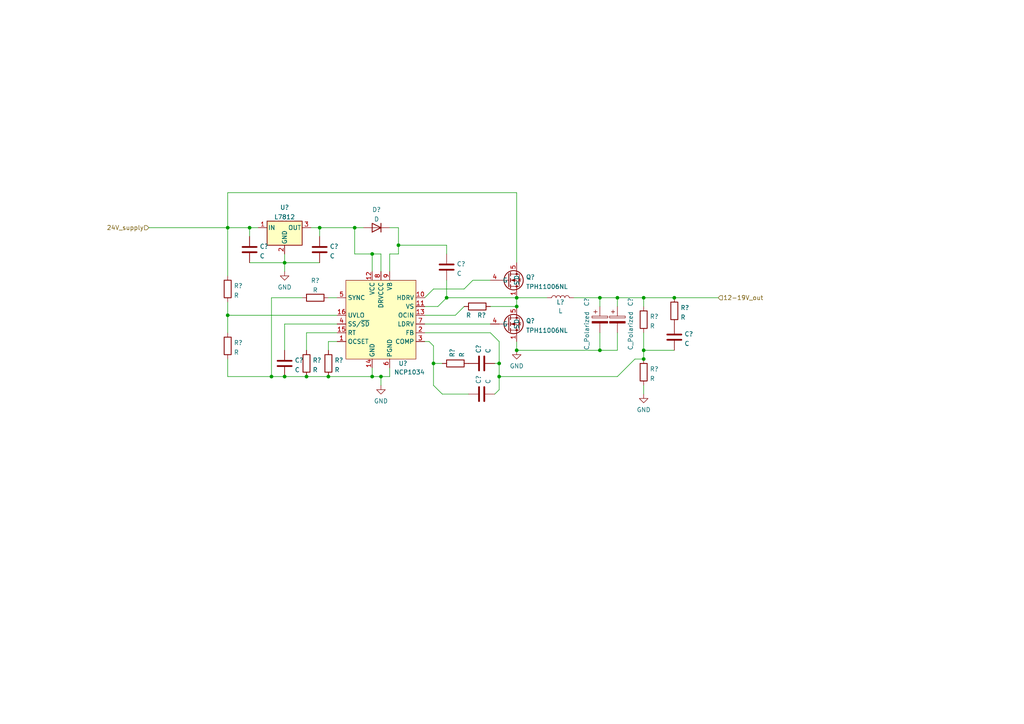
<source format=kicad_sch>
(kicad_sch (version 20211123) (generator eeschema)
  (paper "A4")
  (lib_symbols
    (symbol "Device:C" (pin_numbers hide) (pin_names (offset 0.254))
      (property "Reference" "C" (at 0.635 2.54 0))
      (property "Value" "C" (at 0.635 -2.54 0))
      (symbol "C_0_1"
        (polyline (pts (xy -2.032 -0.762) (xy 2.032 -0.762)) (stroke (width 0.508)))
        (polyline (pts (xy -2.032 0.762) (xy 2.032 0.762)) (stroke (width 0.508)))
      )
      (symbol "C_1_1"
        (pin passive line (at 0 3.81 270) (length 2.794) (name "~") (number "1"))
        (pin passive line (at 0 -3.81 90) (length 2.794) (name "~") (number "2"))
      )
    )
    (symbol "Device:C_Polarized" (pin_numbers hide) (pin_names (offset 0.254))
      (property "Reference" "C" (at 0.635 2.54 0))
      (property "Value" "C_Polarized" (at 0.635 -2.54 0))
      (symbol "C_Polarized_0_1"
        (rectangle (start -2.286 0.508) (end 2.286 1.016))
        (polyline (pts (xy -1.778 2.286) (xy -0.762 2.286)))
        (polyline (pts (xy -1.27 2.794) (xy -1.27 1.778)))
        (rectangle (start 2.286 -0.508) (end -2.286 -1.016) (fill (type outline)))
      )
      (symbol "C_Polarized_1_1"
        (pin passive line (at 0 3.81 270) (length 2.794) (name "~") (number "1"))
        (pin passive line (at 0 -3.81 90) (length 2.794) (name "~") (number "2"))
      )
    )
    (symbol "Device:D" (pin_numbers hide) (pin_names (offset 1.016) hide)
      (property "Reference" "D" (at 0 2.54 0))
      (property "Value" "D" (at 0 -2.54 0))
      (symbol "D_0_1"
        (polyline (pts (xy -1.27 1.27) (xy -1.27 -1.27)) (stroke (width 0.254)))
        (polyline (pts (xy 1.27 0) (xy -1.27 0)))
        (polyline (pts (xy 1.27 1.27) (xy 1.27 -1.27) (xy -1.27 0) (xy 1.27 1.27)) (stroke (width 0.254)))
      )
      (symbol "D_1_1"
        (pin passive line (at -3.81 0 0) (length 2.54) (name "K") (number "1"))
        (pin passive line (at 3.81 0 180) (length 2.54) (name "A") (number "2"))
      )
    )
    (symbol "Device:L" (pin_numbers hide) (pin_names (offset 1.016) hide)
      (property "Reference" "L" (at -1.27 0 90))
      (property "Value" "L" (at 1.905 0 90))
      (symbol "L_0_1"
        (arc (start 0 -2.54) (mid 0.635 -1.905) (end 0 -1.27))
        (arc (start 0 -1.27) (mid 0.635 -0.635) (end 0 0))
        (arc (start 0 0) (mid 0.635 0.635) (end 0 1.27))
        (arc (start 0 1.27) (mid 0.635 1.905) (end 0 2.54))
      )
      (symbol "L_1_1"
        (pin passive line (at 0 3.81 270) (length 1.27) (name "1") (number "1"))
        (pin passive line (at 0 -3.81 90) (length 1.27) (name "2") (number "2"))
      )
    )
    (symbol "Device:R" (pin_numbers hide) (pin_names (offset 0))
      (property "Reference" "R" (at 2.032 0 90))
      (property "Value" "R" (at 0 0 90))
      (symbol "R_0_1"
        (rectangle (start -1.016 -2.54) (end 1.016 2.54) (stroke (width 0.254)))
      )
      (symbol "R_1_1"
        (pin passive line (at 0 3.81 270) (length 1.27) (name "~") (number "1"))
        (pin passive line (at 0 -3.81 90) (length 1.27) (name "~") (number "2"))
      )
    )
    (symbol "Regulator_Linear:L7812" (pin_names (offset 0.254))
      (property "Reference" "U" (at -3.81 3.175 0))
      (property "Value" "L7812" (at 0 3.175 0))
      (symbol "L7812_0_1"
        (rectangle (start -5.08 1.905) (end 5.08 -5.08) (stroke (width 0.254)) (fill (type background)))
      )
      (symbol "L7812_1_1"
        (pin power_in line (at -7.62 0 0) (length 2.54) (name "IN") (number "1"))
        (pin power_in line (at 0 -7.62 90) (length 2.54) (name "GND") (number "2"))
        (pin power_out line (at 7.62 0 180) (length 2.54) (name "OUT") (number "3"))
      )
    )
    (symbol "Regulator_Switching_additional:NCP1034"
      (property "Reference" "U" (at 0 0 0))
      (property "Value" "NCP1034" (at 0 0 0))
      (symbol "NCP1034_0_1"
        (rectangle (start -10.16 13.97) (end 10.16 -8.89) (stroke (width 0.1524)) (fill (type background)))
      )
      (symbol "NCP1034_1_1"
        (pin input line (at -12.7 -3.81 0) (length 2.54) (name "OCSET") (number "1"))
        (pin output line (at 12.7 8.89 180) (length 2.54) (name "HDRV") (number "10"))
        (pin power_in line (at 12.7 6.35 180) (length 2.54) (name "VS") (number "11"))
        (pin power_in line (at -2.54 16.51 270) (length 2.54) (name "VCC") (number "12"))
        (pin input line (at 12.7 3.81 180) (length 2.54) (name "OCIN") (number "13"))
        (pin power_in line (at -2.54 -11.43 90) (length 2.54) (name "GND") (number "14"))
        (pin input line (at -12.7 -1.27 0) (length 2.54) (name "RT") (number "15"))
        (pin input line (at -12.7 3.81 0) (length 2.54) (name "UVLO") (number "16"))
        (pin input line (at 12.7 -1.27 180) (length 2.54) (name "FB") (number "2"))
        (pin input line (at 12.7 -3.81 180) (length 2.54) (name "COMP") (number "3"))
        (pin input line (at -12.7 1.27 0) (length 2.54) (name "SS/~{SD}") (number "4"))
        (pin bidirectional line (at -12.7 8.89 0) (length 2.54) (name "SYNC") (number "5"))
        (pin power_in line (at 2.54 -11.43 90) (length 2.54) (name "PGND") (number "6"))
        (pin output line (at 12.7 1.27 180) (length 2.54) (name "LDRV") (number "7"))
        (pin power_in line (at 0 16.51 270) (length 2.54) (name "DRVCCC") (number "8"))
        (pin power_in line (at 2.54 16.51 270) (length 2.54) (name "VB") (number "9"))
      )
    )
    (symbol "Transistor_FET_additional:TPH11006NL" (pin_names (offset 1.016))
      (property "Reference" "Q" (at 10.16 2.54 0))
      (property "Value" "TPH11006NL" (at 10.16 0 0))
      (symbol "TPH11006NL_1_1"
        (circle (center -0.889 0) (radius 2.794) (stroke (width 0.254)))
        (circle (center 0 -1.778) (radius 0.254) (fill (type outline)))
        (polyline (pts (xy -2.286 0) (xy -5.08 0)))
        (polyline (pts (xy -2.286 1.905) (xy -2.286 -1.905)) (stroke (width 0.254)))
        (polyline (pts (xy -1.778 -1.27) (xy -1.778 -2.286)) (stroke (width 0.254)))
        (polyline (pts (xy -1.778 0.508) (xy -1.778 -0.508)) (stroke (width 0.254)))
        (polyline (pts (xy -1.778 2.286) (xy -1.778 1.27)) (stroke (width 0.254)))
        (polyline (pts (xy 0 2.54) (xy 0 1.778)))
        (polyline (pts (xy 0 -2.54) (xy 0 0) (xy -1.778 0)))
        (polyline (pts (xy -1.778 -1.778) (xy 0.762 -1.778) (xy 0.762 1.778) (xy -1.778 1.778)))
        (polyline (pts (xy -1.524 0) (xy -0.508 0.381) (xy -0.508 -0.381) (xy -1.524 0)) (fill (type outline)))
        (polyline (pts (xy 0.254 0.508) (xy 0.381 0.381) (xy 1.143 0.381) (xy 1.27 0.254)))
        (polyline (pts (xy 0.762 0.381) (xy 0.381 -0.254) (xy 1.143 -0.254) (xy 0.762 0.381)))
        (circle (center 0 1.778) (radius 0.254) (fill (type outline)))
        (pin passive line (at 0 -5.08 90) (length 2.54) (name "S") (number "1"))
        (pin passive line (at 0 -5.08 90) (length 2.54) hide (name "S") (number "2"))
        (pin passive line (at 0 -5.08 90) (length 2.54) hide (name "S") (number "3"))
        (pin input line (at -7.62 0 0) (length 2.54) (name "G") (number "4"))
        (pin passive line (at 0 5.08 270) (length 2.54) (name "D") (number "5"))
        (pin passive line (at 0 5.08 270) (length 2.54) hide (name "D") (number "6"))
        (pin passive line (at 0 5.08 270) (length 2.54) hide (name "D") (number "7"))
        (pin passive line (at 0 5.08 270) (length 2.54) hide (name "D") (number "8"))
      )
    )
    (symbol "power:GND" (power) (pin_names (offset 0))
      (property "Value" "GND" (at 0 -3.81 0))
      (symbol "GND_0_1"
        (polyline (pts (xy 0 0) (xy 0 -1.27) (xy 1.27 -1.27) (xy 0 -2.54) (xy -1.27 -1.27) (xy 0 -1.27)))
      )
      (symbol "GND_1_1"
        (pin power_in line (at 0 0 270) (length 0) hide (name "GND") (number "1"))
      )
    )
  )
  (junction (at 66.04 66.04))
  (junction (at 129.54 86.36))
  (junction (at 179.07 86.36))
  (junction (at 149.86 86.36))
  (junction (at 144.78 109.22))
  (junction (at 88.9 109.22))
  (junction (at 186.69 101.6))
  (junction (at 95.25 109.22))
  (junction (at 195.58 86.36))
  (junction (at 102.87 66.04))
  (junction (at 107.95 73.66))
  (junction (at 186.69 86.36))
  (junction (at 110.49 109.22))
  (junction (at 82.55 76.2))
  (junction (at 125.73 105.41))
  (junction (at 66.04 91.44))
  (junction (at 173.99 101.6))
  (junction (at 186.69 104.14))
  (junction (at 144.78 105.41))
  (junction (at 149.86 101.6))
  (junction (at 149.86 88.9))
  (junction (at 107.95 109.22))
  (junction (at 72.39 66.04))
  (junction (at 173.99 86.36))
  (junction (at 92.71 66.04))
  (junction (at 82.55 109.22))
  (junction (at 78.74 109.22))
  (junction (at 115.57 71.12))
  (wire (pts (xy 88.9 96.52) (xy 88.9 101.6)))
  (wire (pts (xy 82.55 109.22) (xy 88.9 109.22)))
  (wire (pts (xy 66.04 91.44) (xy 66.04 96.52)))
  (wire (pts (xy 186.69 88.9) (xy 186.69 86.36)))
  (wire (pts (xy 123.19 99.06) (xy 124.46 99.06)))
  (wire (pts (xy 92.71 66.04) (xy 92.71 68.58)))
  (wire (pts (xy 127 88.9) (xy 129.54 86.36)))
  (wire (pts (xy 97.79 99.06) (xy 95.25 99.06)))
  (wire (pts (xy 110.49 109.22) (xy 107.95 109.22)))
  (wire (pts (xy 113.03 109.22) (xy 110.49 109.22)))
  (wire (pts (xy 43.18 66.04) (xy 66.04 66.04)))
  (wire (pts (xy 132.08 91.44) (xy 134.62 88.9)))
  (wire (pts (xy 72.39 66.04) (xy 74.93 66.04)))
  (wire (pts (xy 128.27 114.3) (xy 135.89 114.3)))
  (wire (pts (xy 72.39 76.2) (xy 82.55 76.2)))
  (wire (pts (xy 110.49 109.22) (xy 110.49 111.76)))
  (wire (pts (xy 82.55 73.66) (xy 82.55 76.2)))
  (wire (pts (xy 123.19 86.36) (xy 125.73 83.82)))
  (wire (pts (xy 144.78 109.22) (xy 179.07 109.22)))
  (wire (pts (xy 186.69 104.14) (xy 184.15 104.14)))
  (wire (pts (xy 144.78 113.03) (xy 143.51 114.3)))
  (wire (pts (xy 97.79 93.98) (xy 82.55 93.98)))
  (wire (pts (xy 129.54 71.12) (xy 129.54 73.66)))
  (wire (pts (xy 144.78 109.22) (xy 144.78 113.03)))
  (wire (pts (xy 142.24 88.9) (xy 149.86 88.9)))
  (wire (pts (xy 123.19 93.98) (xy 142.24 93.98)))
  (wire (pts (xy 113.03 73.66) (xy 113.03 78.74)))
  (wire (pts (xy 144.78 105.41) (xy 144.78 109.22)))
  (wire (pts (xy 102.87 66.04) (xy 102.87 73.66)))
  (wire (pts (xy 128.27 105.41) (xy 125.73 105.41)))
  (wire (pts (xy 144.78 99.06) (xy 144.78 105.41)))
  (wire (pts (xy 115.57 71.12) (xy 115.57 73.66)))
  (wire (pts (xy 66.04 109.22) (xy 78.74 109.22)))
  (wire (pts (xy 66.04 87.63) (xy 66.04 91.44)))
  (wire (pts (xy 208.28 86.36) (xy 195.58 86.36)))
  (wire (pts (xy 186.69 104.14) (xy 186.69 101.6)))
  (wire (pts (xy 66.04 55.88) (xy 149.86 55.88)))
  (wire (pts (xy 137.16 81.28) (xy 142.24 81.28)))
  (wire (pts (xy 149.86 86.36) (xy 158.75 86.36)))
  (wire (pts (xy 92.71 66.04) (xy 102.87 66.04)))
  (wire (pts (xy 82.55 76.2) (xy 82.55 78.74)))
  (wire (pts (xy 186.69 111.76) (xy 186.69 114.3)))
  (wire (pts (xy 115.57 71.12) (xy 129.54 71.12)))
  (wire (pts (xy 95.25 86.36) (xy 97.79 86.36)))
  (wire (pts (xy 115.57 66.04) (xy 113.03 66.04)))
  (wire (pts (xy 179.07 86.36) (xy 186.69 86.36)))
  (wire (pts (xy 129.54 86.36) (xy 149.86 86.36)))
  (wire (pts (xy 134.62 83.82) (xy 137.16 81.28)))
  (wire (pts (xy 173.99 86.36) (xy 173.99 88.9)))
  (wire (pts (xy 110.49 73.66) (xy 110.49 78.74)))
  (wire (pts (xy 186.69 101.6) (xy 195.58 101.6)))
  (wire (pts (xy 129.54 81.28) (xy 129.54 86.36)))
  (wire (pts (xy 149.86 99.06) (xy 149.86 101.6)))
  (wire (pts (xy 72.39 68.58) (xy 72.39 66.04)))
  (wire (pts (xy 107.95 73.66) (xy 110.49 73.66)))
  (wire (pts (xy 149.86 55.88) (xy 149.86 76.2)))
  (wire (pts (xy 142.24 96.52) (xy 144.78 99.06)))
  (wire (pts (xy 66.04 80.01) (xy 66.04 66.04)))
  (wire (pts (xy 66.04 66.04) (xy 66.04 55.88)))
  (wire (pts (xy 97.79 96.52) (xy 88.9 96.52)))
  (wire (pts (xy 115.57 73.66) (xy 113.03 73.66)))
  (wire (pts (xy 186.69 96.52) (xy 186.69 101.6)))
  (wire (pts (xy 149.86 86.36) (xy 149.86 88.9)))
  (wire (pts (xy 88.9 109.22) (xy 95.25 109.22)))
  (wire (pts (xy 82.55 76.2) (xy 92.71 76.2)))
  (wire (pts (xy 78.74 109.22) (xy 82.55 109.22)))
  (wire (pts (xy 115.57 66.04) (xy 115.57 71.12)))
  (wire (pts (xy 173.99 101.6) (xy 179.07 101.6)))
  (wire (pts (xy 102.87 66.04) (xy 105.41 66.04)))
  (wire (pts (xy 173.99 96.52) (xy 173.99 101.6)))
  (wire (pts (xy 166.37 86.36) (xy 173.99 86.36)))
  (wire (pts (xy 173.99 101.6) (xy 149.86 101.6)))
  (wire (pts (xy 95.25 99.06) (xy 95.25 101.6)))
  (wire (pts (xy 123.19 96.52) (xy 142.24 96.52)))
  (wire (pts (xy 184.15 104.14) (xy 179.07 109.22)))
  (wire (pts (xy 186.69 86.36) (xy 195.58 86.36)))
  (wire (pts (xy 124.46 99.06) (xy 125.73 100.33)))
  (wire (pts (xy 179.07 86.36) (xy 179.07 88.9)))
  (wire (pts (xy 173.99 86.36) (xy 179.07 86.36)))
  (wire (pts (xy 143.51 105.41) (xy 144.78 105.41)))
  (wire (pts (xy 90.17 66.04) (xy 92.71 66.04)))
  (wire (pts (xy 123.19 88.9) (xy 127 88.9)))
  (wire (pts (xy 78.74 86.36) (xy 78.74 109.22)))
  (wire (pts (xy 125.73 105.41) (xy 125.73 111.76)))
  (wire (pts (xy 102.87 73.66) (xy 107.95 73.66)))
  (wire (pts (xy 107.95 73.66) (xy 107.95 78.74)))
  (wire (pts (xy 66.04 91.44) (xy 97.79 91.44)))
  (wire (pts (xy 107.95 109.22) (xy 107.95 106.68)))
  (wire (pts (xy 87.63 86.36) (xy 78.74 86.36)))
  (wire (pts (xy 66.04 66.04) (xy 72.39 66.04)))
  (wire (pts (xy 82.55 93.98) (xy 82.55 101.6)))
  (wire (pts (xy 123.19 91.44) (xy 132.08 91.44)))
  (wire (pts (xy 125.73 100.33) (xy 125.73 105.41)))
  (wire (pts (xy 66.04 104.14) (xy 66.04 109.22)))
  (wire (pts (xy 179.07 96.52) (xy 179.07 101.6)))
  (wire (pts (xy 113.03 106.68) (xy 113.03 109.22)))
  (wire (pts (xy 125.73 111.76) (xy 128.27 114.3)))
  (wire (pts (xy 125.73 83.82) (xy 134.62 83.82)))
  (wire (pts (xy 95.25 109.22) (xy 107.95 109.22)))
  (hierarchical_label "24V_supply" (shape input) (at 43.18 66.04 180))
  (hierarchical_label "12-19V_out" (shape input) (at 208.28 86.36 0))
  (symbol (lib_id "Device:C") (at 129.54 77.47 0) (unit 1)
    (property "Reference" "C?" (at 132.461 76.5615 0) (effects (justify left)))
    (property "Value" "C" (at 132.461 79.3366 0) (effects (justify left)))
  )
  (symbol (lib_id "Device:C") (at 139.7 114.3 90) (unit 1)
    (property "Reference" "C?" (at 138.7915 111.379 0) (effects (justify left)))
    (property "Value" "C" (at 141.5666 111.379 0) (effects (justify left)))
  )
  (symbol (lib_id "Transistor_FET_additional:TPH11006NL") (at 149.86 81.28 0) (unit 1)
    (property "Reference" "Q?" (at 152.527 80.3715 0) (effects (justify left)))
    (property "Value" "TPH11006NL" (at 152.527 83.1466 0) (effects (justify left)))
    (property "Footprint" "Package_SON_additional:Toshiba_SOP_Advance" (effects hide))
    (property "Datasheet" "https://toshiba.semicon-storage.com/info/docget.jsp?did=14168&prodName=TPH11006NL" (effects hide))
    (property "Spice_Primitive" "M" (effects hide))
    (property "Spice_Netlist_Enabled" "Y" (effects hide))
  )
  (symbol (lib_id "Device:L") (at 162.56 86.36 90) (unit 1)
    (property "Reference" "L?" (at 162.56 87.63 90))
    (property "Value" "L" (at 162.56 90.17 90))
  )
  (symbol (lib_id "Device:R") (at 66.04 83.82 180) (unit 1)
    (property "Reference" "R?" (at 67.818 82.9115 0) (effects (justify right)))
    (property "Value" "R" (at 67.818 85.6866 0) (effects (justify right)))
  )
  (symbol (lib_id "Device:R") (at 95.25 105.41 180) (unit 1)
    (property "Reference" "R?" (at 97.028 104.5015 0) (effects (justify right)))
    (property "Value" "R" (at 97.028 107.2766 0) (effects (justify right)))
  )
  (symbol (lib_id "Device:C") (at 139.7 105.41 270) (unit 1)
    (property "Reference" "C?" (at 138.7915 102.489 0) (effects (justify right)))
    (property "Value" "C" (at 141.5666 102.489 0) (effects (justify right)))
  )
  (symbol (lib_id "Device:R") (at 91.44 86.36 90) (unit 1)
    (property "Reference" "R?" (at 91.44 81.3775 90))
    (property "Value" "R" (at 91.44 84.1526 90))
  )
  (symbol (lib_id "Device:R") (at 132.08 105.41 90) (unit 1)
    (property "Reference" "R?" (at 131.1715 103.632 0) (effects (justify left)))
    (property "Value" "R" (at 133.9466 103.632 0) (effects (justify left)))
  )
  (symbol (lib_id "Device:C_Polarized") (at 179.07 92.71 0) (unit 1)
    (property "Reference" "C?" (at 182.88 88.9 90) (effects (justify left)))
    (property "Value" "C_Polarized" (at 182.88 101.6 90) (effects (justify left)))
  )
  (symbol (lib_id "Device:C") (at 195.58 97.79 0) (unit 1)
    (property "Reference" "C?" (at 198.501 96.8815 0) (effects (justify left)))
    (property "Value" "C" (at 198.501 99.6566 0) (effects (justify left)))
  )
  (symbol (lib_id "Device:R") (at 186.69 92.71 0) (unit 1)
    (property "Reference" "R?" (at 188.468 91.8015 0) (effects (justify left)))
    (property "Value" "R" (at 188.468 94.5766 0) (effects (justify left)))
  )
  (symbol (lib_id "Device:C_Polarized") (at 173.99 92.71 0) (unit 1)
    (property "Reference" "C?" (at 170.18 88.9 90) (effects (justify left)))
    (property "Value" "C_Polarized" (at 170.18 101.6 90) (effects (justify left)))
  )
  (symbol (lib_id "power:GND") (at 82.55 78.74 0) (unit 1)
    (property "Reference" "#PWR?" (effects hide))
    (property "Value" "GND" (at 82.55 83.3025 0))
  )
  (symbol (lib_id "Device:C") (at 82.55 105.41 0) (unit 1)
    (property "Reference" "C?" (at 85.471 104.5015 0) (effects (justify left)))
    (property "Value" "C" (at 85.471 107.2766 0) (effects (justify left)))
  )
  (symbol (lib_id "Device:C") (at 72.39 72.39 0) (unit 1)
    (property "Reference" "C?" (at 75.311 71.4815 0) (effects (justify left)))
    (property "Value" "C" (at 75.311 74.2566 0) (effects (justify left)))
  )
  (symbol (lib_id "Device:D") (at 109.22 66.04 180) (unit 1)
    (property "Reference" "D?" (at 109.22 60.8035 0))
    (property "Value" "D" (at 109.22 63.5786 0))
  )
  (symbol (lib_id "Device:C") (at 92.71 72.39 0) (unit 1)
    (property "Reference" "C?" (at 95.631 71.4815 0) (effects (justify left)))
    (property "Value" "C" (at 95.631 74.2566 0) (effects (justify left)))
  )
  (symbol (lib_id "Device:R") (at 66.04 100.33 180) (unit 1)
    (property "Reference" "R?" (at 67.818 99.4215 0) (effects (justify right)))
    (property "Value" "R" (at 67.818 102.1966 0) (effects (justify right)))
  )
  (symbol (lib_id "Transistor_FET_additional:TPH11006NL") (at 149.86 93.98 0) (unit 1)
    (property "Reference" "Q?" (at 152.527 93.0715 0) (effects (justify left)))
    (property "Value" "TPH11006NL" (at 152.527 95.8466 0) (effects (justify left)))
    (property "Footprint" "Package_SON_additional:Toshiba_SOP_Advance" (effects hide))
    (property "Datasheet" "https://toshiba.semicon-storage.com/info/docget.jsp?did=14168&prodName=TPH11006NL" (effects hide))
    (property "Spice_Primitive" "M" (effects hide))
    (property "Spice_Netlist_Enabled" "Y" (effects hide))
  )
  (symbol (lib_id "Regulator_Linear:L7812") (at 82.55 66.04 0) (unit 1)
    (property "Reference" "U?" (at 82.55 60.1685 0))
    (property "Value" "L7812" (at 82.55 62.9436 0))
    (property "Datasheet" "http://www.st.com/content/ccc/resource/technical/document/datasheet/41/4f/b3/b0/12/d4/47/88/CD00000444.pdf/files/CD00000444.pdf/jcr:content/translations/en.CD00000444.pdf" (effects hide))
  )
  (symbol (lib_id "power:GND") (at 149.86 101.6 0) (unit 1)
    (property "Reference" "#PWR?" (effects hide))
    (property "Value" "GND" (at 149.86 106.1625 0))
  )
  (symbol (lib_id "Device:R") (at 195.58 90.17 0) (unit 1)
    (property "Reference" "R?" (at 197.358 89.2615 0) (effects (justify left)))
    (property "Value" "R" (at 197.358 92.0366 0) (effects (justify left)))
  )
  (symbol (lib_id "Regulator_Switching_additional:NCP1034") (at 110.49 95.25 0) (unit 1)
    (property "Reference" "U?" (at 115.57 105.41 0) (effects (justify left)))
    (property "Value" "NCP1034" (at 114.3 107.95 0) (effects (justify left)))
    (property "Footprint" "Package_SO:SOIC-16_3.9x9.9mm_P1.27mm" (effects hide))
  )
  (symbol (lib_id "power:GND") (at 110.49 111.76 0) (unit 1)
    (property "Reference" "#PWR?" (effects hide))
    (property "Value" "GND" (at 110.49 116.3225 0))
  )
  (symbol (lib_id "Device:R") (at 186.69 107.95 0) (unit 1)
    (property "Reference" "R?" (at 188.468 107.0415 0) (effects (justify left)))
    (property "Value" "R" (at 188.468 109.8166 0) (effects (justify left)))
  )
  (symbol (lib_id "Device:R") (at 138.43 88.9 90) (unit 1)
    (property "Reference" "R?" (at 139.7 91.44 90))
    (property "Value" "R" (at 135.89 91.44 90))
  )
  (symbol (lib_id "Device:R") (at 88.9 105.41 180) (unit 1)
    (property "Reference" "R?" (at 90.678 104.5015 0) (effects (justify right)))
    (property "Value" "R" (at 90.678 107.2766 0) (effects (justify right)))
  )
  (symbol (lib_id "power:GND") (at 186.69 114.3 0) (unit 1)
    (property "Reference" "#PWR?" (effects hide))
    (property "Value" "GND" (at 186.69 118.8625 0))
  )
)
</source>
